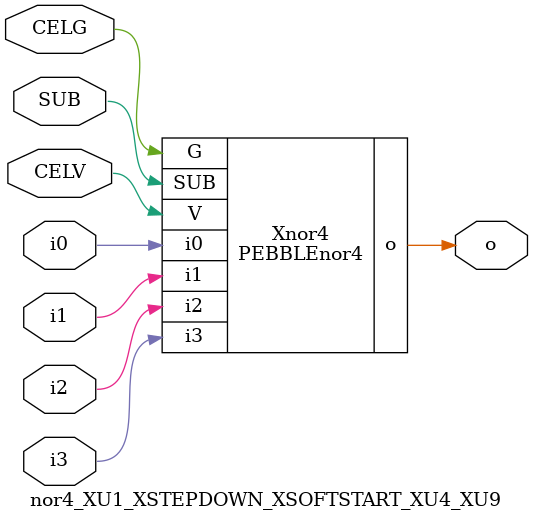
<source format=v>



module PEBBLEnor4 ( o, G, SUB, V, i0, i1, i2, i3 );

  input i0;
  input V;
  input i3;
  input i2;
  input i1;
  input G;
  output o;
  input SUB;
endmodule

//Celera Confidential Do Not Copy nor4_XU1_XSTEPDOWN_XSOFTSTART_XU4_XU9
//Celera Confidential Symbol Generator
//nor4
module nor4_XU1_XSTEPDOWN_XSOFTSTART_XU4_XU9 (CELV,CELG,i0,i1,i2,i3,o,SUB);
input CELV;
input CELG;
input i0;
input i1;
input i2;
input i3;
input SUB;
output o;

//Celera Confidential Do Not Copy nor4
PEBBLEnor4 Xnor4(
.V (CELV),
.i0 (i0),
.i1 (i1),
.i2 (i2),
.i3 (i3),
.o (o),
.SUB (SUB),
.G (CELG)
);
//,diesize,PEBBLEnor4

//Celera Confidential Do Not Copy Module End
//Celera Schematic Generator
endmodule

</source>
